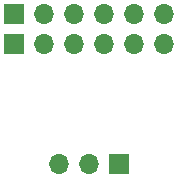
<source format=gbr>
%TF.GenerationSoftware,KiCad,Pcbnew,8.0.5*%
%TF.CreationDate,2024-10-17T07:52:50-04:00*%
%TF.ProjectId,Debug Adapter,44656275-6720-4416-9461-707465722e6b,rev?*%
%TF.SameCoordinates,Original*%
%TF.FileFunction,Soldermask,Top*%
%TF.FilePolarity,Negative*%
%FSLAX46Y46*%
G04 Gerber Fmt 4.6, Leading zero omitted, Abs format (unit mm)*
G04 Created by KiCad (PCBNEW 8.0.5) date 2024-10-17 07:52:50*
%MOMM*%
%LPD*%
G01*
G04 APERTURE LIST*
%ADD10O,1.700000X1.700000*%
%ADD11R,1.700000X1.700000*%
G04 APERTURE END LIST*
D10*
%TO.C,J2*%
X147320000Y-78740000D03*
X144780000Y-78740000D03*
X142240000Y-78740000D03*
X139700000Y-78740000D03*
X137160000Y-78740000D03*
D11*
X134620000Y-78740000D03*
%TD*%
D10*
%TO.C,J3*%
X147320000Y-76200000D03*
X144780000Y-76200000D03*
X142240000Y-76200000D03*
X139700000Y-76200000D03*
X137160000Y-76200000D03*
D11*
X134620000Y-76200000D03*
%TD*%
D10*
%TO.C,J1*%
X138415000Y-88900000D03*
X140955000Y-88900000D03*
D11*
X143495000Y-88900000D03*
%TD*%
M02*

</source>
